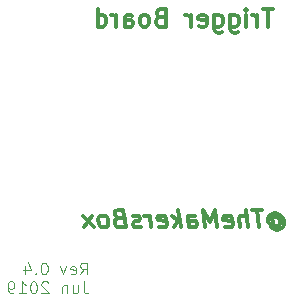
<source format=gbo>
G04 #@! TF.FileFunction,Legend,Bot*
%FSLAX46Y46*%
G04 Gerber Fmt 4.6, Leading zero omitted, Abs format (unit mm)*
G04 Created by KiCad (PCBNEW 4.0.6) date 06/26/19 15:12:34*
%MOMM*%
%LPD*%
G01*
G04 APERTURE LIST*
%ADD10C,0.100000*%
%ADD11C,0.300000*%
G04 APERTURE END LIST*
D10*
D11*
X255957822Y-109829286D02*
X256020321Y-109757857D01*
X256154250Y-109686429D01*
X256297108Y-109686429D01*
X256448893Y-109757857D01*
X256529250Y-109829286D01*
X256618536Y-109972143D01*
X256636393Y-110115000D01*
X256582821Y-110257857D01*
X256520322Y-110329286D01*
X256386393Y-110400714D01*
X256243535Y-110400714D01*
X256091750Y-110329286D01*
X256011393Y-110257857D01*
X255939965Y-109686429D02*
X256011393Y-110257857D01*
X255948893Y-110329286D01*
X255877465Y-110329286D01*
X255725678Y-110257857D01*
X255636393Y-110115000D01*
X255591750Y-109757857D01*
X255707821Y-109543571D01*
X255904250Y-109400714D01*
X256181036Y-109329286D01*
X256475678Y-109400714D01*
X256707821Y-109543571D01*
X256877464Y-109757857D01*
X256984607Y-110043571D01*
X256948893Y-110329286D01*
X256832821Y-110543571D01*
X256636393Y-110686429D01*
X256359607Y-110757857D01*
X256064965Y-110686429D01*
X255832821Y-110543571D01*
X255073893Y-109043571D02*
X254216750Y-109043571D01*
X254832821Y-110543571D02*
X254645321Y-109043571D01*
X253904250Y-110543571D02*
X253716750Y-109043571D01*
X253261393Y-110543571D02*
X253163179Y-109757857D01*
X253216751Y-109615000D01*
X253350679Y-109543571D01*
X253564964Y-109543571D01*
X253716751Y-109615000D01*
X253797108Y-109686429D01*
X251966751Y-110472143D02*
X252118536Y-110543571D01*
X252404250Y-110543571D01*
X252538179Y-110472143D01*
X252591751Y-110329286D01*
X252520322Y-109757857D01*
X252431036Y-109615000D01*
X252279250Y-109543571D01*
X251993536Y-109543571D01*
X251859608Y-109615000D01*
X251806036Y-109757857D01*
X251823893Y-109900714D01*
X252556036Y-110043571D01*
X251261393Y-110543571D02*
X251073893Y-109043571D01*
X250707822Y-110115000D01*
X250073893Y-109043571D01*
X250261393Y-110543571D01*
X248904250Y-110543571D02*
X248806036Y-109757857D01*
X248859608Y-109615000D01*
X248993536Y-109543571D01*
X249279250Y-109543571D01*
X249431036Y-109615000D01*
X248895322Y-110472143D02*
X249047107Y-110543571D01*
X249404250Y-110543571D01*
X249538179Y-110472143D01*
X249591751Y-110329286D01*
X249573894Y-110186429D01*
X249484607Y-110043571D01*
X249332822Y-109972143D01*
X248975679Y-109972143D01*
X248823893Y-109900714D01*
X248189964Y-110543571D02*
X248002464Y-109043571D01*
X247975679Y-109972143D02*
X247618536Y-110543571D01*
X247493536Y-109543571D02*
X248136393Y-110115000D01*
X246395322Y-110472143D02*
X246547107Y-110543571D01*
X246832821Y-110543571D01*
X246966750Y-110472143D01*
X247020322Y-110329286D01*
X246948893Y-109757857D01*
X246859607Y-109615000D01*
X246707821Y-109543571D01*
X246422107Y-109543571D01*
X246288179Y-109615000D01*
X246234607Y-109757857D01*
X246252464Y-109900714D01*
X246984607Y-110043571D01*
X245689964Y-110543571D02*
X245564964Y-109543571D01*
X245600679Y-109829286D02*
X245511394Y-109686429D01*
X245431036Y-109615000D01*
X245279250Y-109543571D01*
X245136393Y-109543571D01*
X244823894Y-110472143D02*
X244689965Y-110543571D01*
X244404250Y-110543571D01*
X244252465Y-110472143D01*
X244163180Y-110329286D01*
X244154251Y-110257857D01*
X244207822Y-110115000D01*
X244341750Y-110043571D01*
X244556036Y-110043571D01*
X244689965Y-109972143D01*
X244743537Y-109829286D01*
X244734608Y-109757857D01*
X244645322Y-109615000D01*
X244493536Y-109543571D01*
X244279250Y-109543571D01*
X244145322Y-109615000D01*
X242948893Y-109757857D02*
X242743536Y-109829286D01*
X242681036Y-109900714D01*
X242627464Y-110043571D01*
X242654250Y-110257857D01*
X242743536Y-110400714D01*
X242823893Y-110472143D01*
X242975679Y-110543571D01*
X243547107Y-110543571D01*
X243359607Y-109043571D01*
X242859607Y-109043571D01*
X242725679Y-109115000D01*
X242663179Y-109186429D01*
X242609608Y-109329286D01*
X242627465Y-109472143D01*
X242716750Y-109615000D01*
X242797108Y-109686429D01*
X242948893Y-109757857D01*
X243448893Y-109757857D01*
X241832821Y-110543571D02*
X241966751Y-110472143D01*
X242029250Y-110400714D01*
X242082822Y-110257857D01*
X242029251Y-109829286D01*
X241939965Y-109686429D01*
X241859608Y-109615000D01*
X241707821Y-109543571D01*
X241493536Y-109543571D01*
X241359608Y-109615000D01*
X241297108Y-109686429D01*
X241243536Y-109829286D01*
X241297107Y-110257857D01*
X241386393Y-110400714D01*
X241466751Y-110472143D01*
X241618536Y-110543571D01*
X241832821Y-110543571D01*
X240832821Y-110543571D02*
X239922107Y-109543571D01*
X240707821Y-109543571D02*
X240047107Y-110543571D01*
X256033714Y-92043571D02*
X255176571Y-92043571D01*
X255605142Y-93543571D02*
X255605142Y-92043571D01*
X254676571Y-93543571D02*
X254676571Y-92543571D01*
X254676571Y-92829286D02*
X254605143Y-92686429D01*
X254533714Y-92615000D01*
X254390857Y-92543571D01*
X254248000Y-92543571D01*
X253748000Y-93543571D02*
X253748000Y-92543571D01*
X253748000Y-92043571D02*
X253819429Y-92115000D01*
X253748000Y-92186429D01*
X253676572Y-92115000D01*
X253748000Y-92043571D01*
X253748000Y-92186429D01*
X252390857Y-92543571D02*
X252390857Y-93757857D01*
X252462286Y-93900714D01*
X252533714Y-93972143D01*
X252676571Y-94043571D01*
X252890857Y-94043571D01*
X253033714Y-93972143D01*
X252390857Y-93472143D02*
X252533714Y-93543571D01*
X252819428Y-93543571D01*
X252962286Y-93472143D01*
X253033714Y-93400714D01*
X253105143Y-93257857D01*
X253105143Y-92829286D01*
X253033714Y-92686429D01*
X252962286Y-92615000D01*
X252819428Y-92543571D01*
X252533714Y-92543571D01*
X252390857Y-92615000D01*
X251033714Y-92543571D02*
X251033714Y-93757857D01*
X251105143Y-93900714D01*
X251176571Y-93972143D01*
X251319428Y-94043571D01*
X251533714Y-94043571D01*
X251676571Y-93972143D01*
X251033714Y-93472143D02*
X251176571Y-93543571D01*
X251462285Y-93543571D01*
X251605143Y-93472143D01*
X251676571Y-93400714D01*
X251748000Y-93257857D01*
X251748000Y-92829286D01*
X251676571Y-92686429D01*
X251605143Y-92615000D01*
X251462285Y-92543571D01*
X251176571Y-92543571D01*
X251033714Y-92615000D01*
X249748000Y-93472143D02*
X249890857Y-93543571D01*
X250176571Y-93543571D01*
X250319428Y-93472143D01*
X250390857Y-93329286D01*
X250390857Y-92757857D01*
X250319428Y-92615000D01*
X250176571Y-92543571D01*
X249890857Y-92543571D01*
X249748000Y-92615000D01*
X249676571Y-92757857D01*
X249676571Y-92900714D01*
X250390857Y-93043571D01*
X249033714Y-93543571D02*
X249033714Y-92543571D01*
X249033714Y-92829286D02*
X248962286Y-92686429D01*
X248890857Y-92615000D01*
X248748000Y-92543571D01*
X248605143Y-92543571D01*
X246462286Y-92757857D02*
X246248000Y-92829286D01*
X246176572Y-92900714D01*
X246105143Y-93043571D01*
X246105143Y-93257857D01*
X246176572Y-93400714D01*
X246248000Y-93472143D01*
X246390858Y-93543571D01*
X246962286Y-93543571D01*
X246962286Y-92043571D01*
X246462286Y-92043571D01*
X246319429Y-92115000D01*
X246248000Y-92186429D01*
X246176572Y-92329286D01*
X246176572Y-92472143D01*
X246248000Y-92615000D01*
X246319429Y-92686429D01*
X246462286Y-92757857D01*
X246962286Y-92757857D01*
X245248000Y-93543571D02*
X245390858Y-93472143D01*
X245462286Y-93400714D01*
X245533715Y-93257857D01*
X245533715Y-92829286D01*
X245462286Y-92686429D01*
X245390858Y-92615000D01*
X245248000Y-92543571D01*
X245033715Y-92543571D01*
X244890858Y-92615000D01*
X244819429Y-92686429D01*
X244748000Y-92829286D01*
X244748000Y-93257857D01*
X244819429Y-93400714D01*
X244890858Y-93472143D01*
X245033715Y-93543571D01*
X245248000Y-93543571D01*
X243462286Y-93543571D02*
X243462286Y-92757857D01*
X243533715Y-92615000D01*
X243676572Y-92543571D01*
X243962286Y-92543571D01*
X244105143Y-92615000D01*
X243462286Y-93472143D02*
X243605143Y-93543571D01*
X243962286Y-93543571D01*
X244105143Y-93472143D01*
X244176572Y-93329286D01*
X244176572Y-93186429D01*
X244105143Y-93043571D01*
X243962286Y-92972143D01*
X243605143Y-92972143D01*
X243462286Y-92900714D01*
X242748000Y-93543571D02*
X242748000Y-92543571D01*
X242748000Y-92829286D02*
X242676572Y-92686429D01*
X242605143Y-92615000D01*
X242462286Y-92543571D01*
X242319429Y-92543571D01*
X241176572Y-93543571D02*
X241176572Y-92043571D01*
X241176572Y-93472143D02*
X241319429Y-93543571D01*
X241605143Y-93543571D01*
X241748001Y-93472143D01*
X241819429Y-93400714D01*
X241890858Y-93257857D01*
X241890858Y-92829286D01*
X241819429Y-92686429D01*
X241748001Y-92615000D01*
X241605143Y-92543571D01*
X241319429Y-92543571D01*
X241176572Y-92615000D01*
D10*
X239688476Y-114517381D02*
X240021810Y-114041190D01*
X240259905Y-114517381D02*
X240259905Y-113517381D01*
X239878952Y-113517381D01*
X239783714Y-113565000D01*
X239736095Y-113612619D01*
X239688476Y-113707857D01*
X239688476Y-113850714D01*
X239736095Y-113945952D01*
X239783714Y-113993571D01*
X239878952Y-114041190D01*
X240259905Y-114041190D01*
X238878952Y-114469762D02*
X238974190Y-114517381D01*
X239164667Y-114517381D01*
X239259905Y-114469762D01*
X239307524Y-114374524D01*
X239307524Y-113993571D01*
X239259905Y-113898333D01*
X239164667Y-113850714D01*
X238974190Y-113850714D01*
X238878952Y-113898333D01*
X238831333Y-113993571D01*
X238831333Y-114088810D01*
X239307524Y-114184048D01*
X238498000Y-113850714D02*
X238259905Y-114517381D01*
X238021809Y-113850714D01*
X236688476Y-113517381D02*
X236593237Y-113517381D01*
X236497999Y-113565000D01*
X236450380Y-113612619D01*
X236402761Y-113707857D01*
X236355142Y-113898333D01*
X236355142Y-114136429D01*
X236402761Y-114326905D01*
X236450380Y-114422143D01*
X236497999Y-114469762D01*
X236593237Y-114517381D01*
X236688476Y-114517381D01*
X236783714Y-114469762D01*
X236831333Y-114422143D01*
X236878952Y-114326905D01*
X236926571Y-114136429D01*
X236926571Y-113898333D01*
X236878952Y-113707857D01*
X236831333Y-113612619D01*
X236783714Y-113565000D01*
X236688476Y-113517381D01*
X235926571Y-114422143D02*
X235878952Y-114469762D01*
X235926571Y-114517381D01*
X235974190Y-114469762D01*
X235926571Y-114422143D01*
X235926571Y-114517381D01*
X235021809Y-113850714D02*
X235021809Y-114517381D01*
X235259905Y-113469762D02*
X235498000Y-114184048D01*
X234878952Y-114184048D01*
X239974190Y-115117381D02*
X239974190Y-115831667D01*
X240021810Y-115974524D01*
X240117048Y-116069762D01*
X240259905Y-116117381D01*
X240355143Y-116117381D01*
X239069428Y-115450714D02*
X239069428Y-116117381D01*
X239498000Y-115450714D02*
X239498000Y-115974524D01*
X239450381Y-116069762D01*
X239355143Y-116117381D01*
X239212285Y-116117381D01*
X239117047Y-116069762D01*
X239069428Y-116022143D01*
X238593238Y-115450714D02*
X238593238Y-116117381D01*
X238593238Y-115545952D02*
X238545619Y-115498333D01*
X238450381Y-115450714D01*
X238307523Y-115450714D01*
X238212285Y-115498333D01*
X238164666Y-115593571D01*
X238164666Y-116117381D01*
X236974190Y-115212619D02*
X236926571Y-115165000D01*
X236831333Y-115117381D01*
X236593237Y-115117381D01*
X236497999Y-115165000D01*
X236450380Y-115212619D01*
X236402761Y-115307857D01*
X236402761Y-115403095D01*
X236450380Y-115545952D01*
X237021809Y-116117381D01*
X236402761Y-116117381D01*
X235783714Y-115117381D02*
X235688475Y-115117381D01*
X235593237Y-115165000D01*
X235545618Y-115212619D01*
X235497999Y-115307857D01*
X235450380Y-115498333D01*
X235450380Y-115736429D01*
X235497999Y-115926905D01*
X235545618Y-116022143D01*
X235593237Y-116069762D01*
X235688475Y-116117381D01*
X235783714Y-116117381D01*
X235878952Y-116069762D01*
X235926571Y-116022143D01*
X235974190Y-115926905D01*
X236021809Y-115736429D01*
X236021809Y-115498333D01*
X235974190Y-115307857D01*
X235926571Y-115212619D01*
X235878952Y-115165000D01*
X235783714Y-115117381D01*
X234497999Y-116117381D02*
X235069428Y-116117381D01*
X234783714Y-116117381D02*
X234783714Y-115117381D01*
X234878952Y-115260238D01*
X234974190Y-115355476D01*
X235069428Y-115403095D01*
X234021809Y-116117381D02*
X233831333Y-116117381D01*
X233736094Y-116069762D01*
X233688475Y-116022143D01*
X233593237Y-115879286D01*
X233545618Y-115688810D01*
X233545618Y-115307857D01*
X233593237Y-115212619D01*
X233640856Y-115165000D01*
X233736094Y-115117381D01*
X233926571Y-115117381D01*
X234021809Y-115165000D01*
X234069428Y-115212619D01*
X234117047Y-115307857D01*
X234117047Y-115545952D01*
X234069428Y-115641190D01*
X234021809Y-115688810D01*
X233926571Y-115736429D01*
X233736094Y-115736429D01*
X233640856Y-115688810D01*
X233593237Y-115641190D01*
X233545618Y-115545952D01*
M02*

</source>
